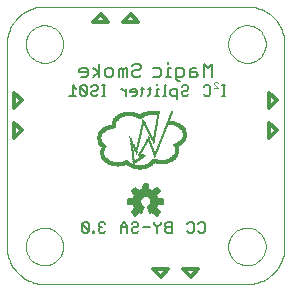
<source format=gbo>
G75*
G70*
%OFA0B0*%
%FSLAX24Y24*%
%IPPOS*%
%LPD*%
%AMOC8*
5,1,8,0,0,1.08239X$1,22.5*
%
%ADD10C,0.0000*%
%ADD11C,0.0080*%
%ADD12C,0.0060*%
%ADD13C,0.0120*%
%ADD14C,0.0040*%
%ADD15R,0.0110X0.0005*%
%ADD16R,0.0210X0.0005*%
%ADD17R,0.0280X0.0005*%
%ADD18R,0.0325X0.0005*%
%ADD19R,0.0365X0.0005*%
%ADD20R,0.0410X0.0005*%
%ADD21R,0.0440X0.0005*%
%ADD22R,0.0470X0.0005*%
%ADD23R,0.0505X0.0005*%
%ADD24R,0.0530X0.0005*%
%ADD25R,0.0555X0.0005*%
%ADD26R,0.0580X0.0005*%
%ADD27R,0.0600X0.0005*%
%ADD28R,0.0625X0.0005*%
%ADD29R,0.0645X0.0005*%
%ADD30R,0.0665X0.0005*%
%ADD31R,0.0685X0.0005*%
%ADD32R,0.0705X0.0005*%
%ADD33R,0.0715X0.0005*%
%ADD34R,0.0735X0.0005*%
%ADD35R,0.0755X0.0005*%
%ADD36R,0.0090X0.0005*%
%ADD37R,0.0770X0.0005*%
%ADD38R,0.0190X0.0005*%
%ADD39R,0.0355X0.0005*%
%ADD40R,0.0360X0.0005*%
%ADD41R,0.0260X0.0005*%
%ADD42R,0.0315X0.0005*%
%ADD43R,0.0320X0.0005*%
%ADD44R,0.0295X0.0005*%
%ADD45R,0.0275X0.0005*%
%ADD46R,0.0400X0.0005*%
%ADD47R,0.0265X0.0005*%
%ADD48R,0.0435X0.0005*%
%ADD49R,0.0255X0.0005*%
%ADD50R,0.0465X0.0005*%
%ADD51R,0.0245X0.0005*%
%ADD52R,0.0495X0.0005*%
%ADD53R,0.0235X0.0005*%
%ADD54R,0.0525X0.0005*%
%ADD55R,0.0230X0.0005*%
%ADD56R,0.0240X0.0005*%
%ADD57R,0.0545X0.0005*%
%ADD58R,0.0820X0.0005*%
%ADD59R,0.0220X0.0005*%
%ADD60R,0.0025X0.0005*%
%ADD61R,0.0795X0.0005*%
%ADD62R,0.0215X0.0005*%
%ADD63R,0.0035X0.0005*%
%ADD64R,0.0040X0.0005*%
%ADD65R,0.0800X0.0005*%
%ADD66R,0.0205X0.0005*%
%ADD67R,0.0050X0.0005*%
%ADD68R,0.0805X0.0005*%
%ADD69R,0.0165X0.0005*%
%ADD70R,0.0055X0.0005*%
%ADD71R,0.0200X0.0005*%
%ADD72R,0.0060X0.0005*%
%ADD73R,0.0300X0.0005*%
%ADD74R,0.0195X0.0005*%
%ADD75R,0.0065X0.0005*%
%ADD76R,0.0345X0.0005*%
%ADD77R,0.0070X0.0005*%
%ADD78R,0.0385X0.0005*%
%ADD79R,0.0080X0.0005*%
%ADD80R,0.0425X0.0005*%
%ADD81R,0.0185X0.0005*%
%ADD82R,0.0085X0.0005*%
%ADD83R,0.0635X0.0005*%
%ADD84R,0.0810X0.0005*%
%ADD85R,0.0095X0.0005*%
%ADD86R,0.0335X0.0005*%
%ADD87R,0.0655X0.0005*%
%ADD88R,0.0105X0.0005*%
%ADD89R,0.0290X0.0005*%
%ADD90R,0.0660X0.0005*%
%ADD91R,0.0115X0.0005*%
%ADD92R,0.0285X0.0005*%
%ADD93R,0.0120X0.0005*%
%ADD94R,0.0270X0.0005*%
%ADD95R,0.0675X0.0005*%
%ADD96R,0.0130X0.0005*%
%ADD97R,0.0680X0.0005*%
%ADD98R,0.0135X0.0005*%
%ADD99R,0.0250X0.0005*%
%ADD100R,0.0140X0.0005*%
%ADD101R,0.0180X0.0005*%
%ADD102R,0.0695X0.0005*%
%ADD103R,0.0150X0.0005*%
%ADD104R,0.0160X0.0005*%
%ADD105R,0.0155X0.0005*%
%ADD106R,0.0145X0.0005*%
%ADD107R,0.0700X0.0005*%
%ADD108R,0.0225X0.0005*%
%ADD109R,0.0170X0.0005*%
%ADD110R,0.0100X0.0005*%
%ADD111R,0.0075X0.0005*%
%ADD112R,0.0720X0.0005*%
%ADD113R,0.0725X0.0005*%
%ADD114R,0.0340X0.0005*%
%ADD115R,0.0305X0.0005*%
%ADD116R,0.0175X0.0005*%
%ADD117R,0.0005X0.0005*%
%ADD118R,0.0010X0.0005*%
%ADD119R,0.0015X0.0005*%
%ADD120R,0.0020X0.0005*%
%ADD121R,0.0030X0.0005*%
%ADD122R,0.0125X0.0005*%
%ADD123R,0.0045X0.0005*%
%ADD124R,0.0370X0.0005*%
%ADD125R,0.0375X0.0005*%
%ADD126R,0.0350X0.0005*%
%ADD127R,0.0330X0.0005*%
%ADD128R,0.0485X0.0005*%
%ADD129R,0.0480X0.0005*%
%ADD130R,0.0460X0.0005*%
%ADD131R,0.0445X0.0005*%
%ADD132R,0.0310X0.0005*%
%ADD133R,0.0380X0.0005*%
%ADD134R,0.0415X0.0005*%
%ADD135R,0.0450X0.0005*%
%ADD136R,0.0490X0.0005*%
%ADD137R,0.0965X0.0005*%
%ADD138R,0.0975X0.0005*%
%ADD139R,0.0980X0.0005*%
%ADD140R,0.0990X0.0005*%
%ADD141R,0.1005X0.0005*%
%ADD142R,0.0615X0.0005*%
%ADD143R,0.0640X0.0005*%
%ADD144R,0.0605X0.0005*%
%ADD145R,0.0620X0.0005*%
%ADD146R,0.0590X0.0005*%
%ADD147R,0.0570X0.0005*%
%ADD148R,0.0540X0.0005*%
%ADD149R,0.0515X0.0005*%
%ADD150R,0.0565X0.0005*%
%ADD151R,0.0535X0.0005*%
%ADD152R,0.0395X0.0005*%
%ADD153R,0.0520X0.0005*%
%ADD154R,0.0500X0.0005*%
%ADD155R,0.0430X0.0005*%
%ADD156C,0.0059*%
D10*
X000680Y001930D02*
X000680Y008680D01*
X000682Y008748D01*
X000687Y008815D01*
X000696Y008882D01*
X000709Y008949D01*
X000726Y009014D01*
X000745Y009079D01*
X000769Y009143D01*
X000796Y009205D01*
X000826Y009266D01*
X000859Y009324D01*
X000895Y009381D01*
X000935Y009436D01*
X000977Y009489D01*
X001023Y009540D01*
X001070Y009587D01*
X001121Y009633D01*
X001174Y009675D01*
X001229Y009715D01*
X001286Y009751D01*
X001344Y009784D01*
X001405Y009814D01*
X001467Y009841D01*
X001531Y009865D01*
X001596Y009884D01*
X001661Y009901D01*
X001728Y009914D01*
X001795Y009923D01*
X001862Y009928D01*
X001930Y009930D01*
X008680Y009930D01*
X008748Y009928D01*
X008815Y009923D01*
X008882Y009914D01*
X008949Y009901D01*
X009014Y009884D01*
X009079Y009865D01*
X009143Y009841D01*
X009205Y009814D01*
X009266Y009784D01*
X009324Y009751D01*
X009381Y009715D01*
X009436Y009675D01*
X009489Y009633D01*
X009540Y009587D01*
X009587Y009540D01*
X009633Y009489D01*
X009675Y009436D01*
X009715Y009381D01*
X009751Y009324D01*
X009784Y009266D01*
X009814Y009205D01*
X009841Y009143D01*
X009865Y009079D01*
X009884Y009014D01*
X009901Y008949D01*
X009914Y008882D01*
X009923Y008815D01*
X009928Y008748D01*
X009930Y008680D01*
X009930Y001930D01*
X009928Y001862D01*
X009923Y001795D01*
X009914Y001728D01*
X009901Y001661D01*
X009884Y001596D01*
X009865Y001531D01*
X009841Y001467D01*
X009814Y001405D01*
X009784Y001344D01*
X009751Y001286D01*
X009715Y001229D01*
X009675Y001174D01*
X009633Y001121D01*
X009587Y001070D01*
X009540Y001023D01*
X009489Y000977D01*
X009436Y000935D01*
X009381Y000895D01*
X009324Y000859D01*
X009266Y000826D01*
X009205Y000796D01*
X009143Y000769D01*
X009079Y000745D01*
X009014Y000726D01*
X008949Y000709D01*
X008882Y000696D01*
X008815Y000687D01*
X008748Y000682D01*
X008680Y000680D01*
X001930Y000680D01*
X001862Y000682D01*
X001795Y000687D01*
X001728Y000696D01*
X001661Y000709D01*
X001596Y000726D01*
X001531Y000745D01*
X001467Y000769D01*
X001405Y000796D01*
X001344Y000826D01*
X001286Y000859D01*
X001229Y000895D01*
X001174Y000935D01*
X001121Y000977D01*
X001070Y001023D01*
X001023Y001070D01*
X000977Y001121D01*
X000935Y001174D01*
X000895Y001229D01*
X000859Y001286D01*
X000826Y001344D01*
X000796Y001405D01*
X000769Y001467D01*
X000745Y001531D01*
X000726Y001596D01*
X000709Y001661D01*
X000696Y001728D01*
X000687Y001795D01*
X000682Y001862D01*
X000680Y001930D01*
X001305Y001930D02*
X001307Y001980D01*
X001313Y002029D01*
X001323Y002078D01*
X001336Y002125D01*
X001354Y002172D01*
X001375Y002217D01*
X001399Y002260D01*
X001427Y002301D01*
X001458Y002340D01*
X001492Y002376D01*
X001529Y002410D01*
X001569Y002440D01*
X001610Y002467D01*
X001654Y002491D01*
X001699Y002511D01*
X001746Y002527D01*
X001794Y002540D01*
X001843Y002549D01*
X001893Y002554D01*
X001942Y002555D01*
X001992Y002552D01*
X002041Y002545D01*
X002090Y002534D01*
X002137Y002520D01*
X002183Y002501D01*
X002228Y002479D01*
X002271Y002454D01*
X002311Y002425D01*
X002349Y002393D01*
X002385Y002359D01*
X002418Y002321D01*
X002447Y002281D01*
X002473Y002239D01*
X002496Y002195D01*
X002515Y002149D01*
X002531Y002102D01*
X002543Y002053D01*
X002551Y002004D01*
X002555Y001955D01*
X002555Y001905D01*
X002551Y001856D01*
X002543Y001807D01*
X002531Y001758D01*
X002515Y001711D01*
X002496Y001665D01*
X002473Y001621D01*
X002447Y001579D01*
X002418Y001539D01*
X002385Y001501D01*
X002349Y001467D01*
X002311Y001435D01*
X002271Y001406D01*
X002228Y001381D01*
X002183Y001359D01*
X002137Y001340D01*
X002090Y001326D01*
X002041Y001315D01*
X001992Y001308D01*
X001942Y001305D01*
X001893Y001306D01*
X001843Y001311D01*
X001794Y001320D01*
X001746Y001333D01*
X001699Y001349D01*
X001654Y001369D01*
X001610Y001393D01*
X001569Y001420D01*
X001529Y001450D01*
X001492Y001484D01*
X001458Y001520D01*
X001427Y001559D01*
X001399Y001600D01*
X001375Y001643D01*
X001354Y001688D01*
X001336Y001735D01*
X001323Y001782D01*
X001313Y001831D01*
X001307Y001880D01*
X001305Y001930D01*
X001305Y008680D02*
X001307Y008730D01*
X001313Y008779D01*
X001323Y008828D01*
X001336Y008875D01*
X001354Y008922D01*
X001375Y008967D01*
X001399Y009010D01*
X001427Y009051D01*
X001458Y009090D01*
X001492Y009126D01*
X001529Y009160D01*
X001569Y009190D01*
X001610Y009217D01*
X001654Y009241D01*
X001699Y009261D01*
X001746Y009277D01*
X001794Y009290D01*
X001843Y009299D01*
X001893Y009304D01*
X001942Y009305D01*
X001992Y009302D01*
X002041Y009295D01*
X002090Y009284D01*
X002137Y009270D01*
X002183Y009251D01*
X002228Y009229D01*
X002271Y009204D01*
X002311Y009175D01*
X002349Y009143D01*
X002385Y009109D01*
X002418Y009071D01*
X002447Y009031D01*
X002473Y008989D01*
X002496Y008945D01*
X002515Y008899D01*
X002531Y008852D01*
X002543Y008803D01*
X002551Y008754D01*
X002555Y008705D01*
X002555Y008655D01*
X002551Y008606D01*
X002543Y008557D01*
X002531Y008508D01*
X002515Y008461D01*
X002496Y008415D01*
X002473Y008371D01*
X002447Y008329D01*
X002418Y008289D01*
X002385Y008251D01*
X002349Y008217D01*
X002311Y008185D01*
X002271Y008156D01*
X002228Y008131D01*
X002183Y008109D01*
X002137Y008090D01*
X002090Y008076D01*
X002041Y008065D01*
X001992Y008058D01*
X001942Y008055D01*
X001893Y008056D01*
X001843Y008061D01*
X001794Y008070D01*
X001746Y008083D01*
X001699Y008099D01*
X001654Y008119D01*
X001610Y008143D01*
X001569Y008170D01*
X001529Y008200D01*
X001492Y008234D01*
X001458Y008270D01*
X001427Y008309D01*
X001399Y008350D01*
X001375Y008393D01*
X001354Y008438D01*
X001336Y008485D01*
X001323Y008532D01*
X001313Y008581D01*
X001307Y008630D01*
X001305Y008680D01*
X008055Y008680D02*
X008057Y008730D01*
X008063Y008779D01*
X008073Y008828D01*
X008086Y008875D01*
X008104Y008922D01*
X008125Y008967D01*
X008149Y009010D01*
X008177Y009051D01*
X008208Y009090D01*
X008242Y009126D01*
X008279Y009160D01*
X008319Y009190D01*
X008360Y009217D01*
X008404Y009241D01*
X008449Y009261D01*
X008496Y009277D01*
X008544Y009290D01*
X008593Y009299D01*
X008643Y009304D01*
X008692Y009305D01*
X008742Y009302D01*
X008791Y009295D01*
X008840Y009284D01*
X008887Y009270D01*
X008933Y009251D01*
X008978Y009229D01*
X009021Y009204D01*
X009061Y009175D01*
X009099Y009143D01*
X009135Y009109D01*
X009168Y009071D01*
X009197Y009031D01*
X009223Y008989D01*
X009246Y008945D01*
X009265Y008899D01*
X009281Y008852D01*
X009293Y008803D01*
X009301Y008754D01*
X009305Y008705D01*
X009305Y008655D01*
X009301Y008606D01*
X009293Y008557D01*
X009281Y008508D01*
X009265Y008461D01*
X009246Y008415D01*
X009223Y008371D01*
X009197Y008329D01*
X009168Y008289D01*
X009135Y008251D01*
X009099Y008217D01*
X009061Y008185D01*
X009021Y008156D01*
X008978Y008131D01*
X008933Y008109D01*
X008887Y008090D01*
X008840Y008076D01*
X008791Y008065D01*
X008742Y008058D01*
X008692Y008055D01*
X008643Y008056D01*
X008593Y008061D01*
X008544Y008070D01*
X008496Y008083D01*
X008449Y008099D01*
X008404Y008119D01*
X008360Y008143D01*
X008319Y008170D01*
X008279Y008200D01*
X008242Y008234D01*
X008208Y008270D01*
X008177Y008309D01*
X008149Y008350D01*
X008125Y008393D01*
X008104Y008438D01*
X008086Y008485D01*
X008073Y008532D01*
X008063Y008581D01*
X008057Y008630D01*
X008055Y008680D01*
X008055Y001930D02*
X008057Y001980D01*
X008063Y002029D01*
X008073Y002078D01*
X008086Y002125D01*
X008104Y002172D01*
X008125Y002217D01*
X008149Y002260D01*
X008177Y002301D01*
X008208Y002340D01*
X008242Y002376D01*
X008279Y002410D01*
X008319Y002440D01*
X008360Y002467D01*
X008404Y002491D01*
X008449Y002511D01*
X008496Y002527D01*
X008544Y002540D01*
X008593Y002549D01*
X008643Y002554D01*
X008692Y002555D01*
X008742Y002552D01*
X008791Y002545D01*
X008840Y002534D01*
X008887Y002520D01*
X008933Y002501D01*
X008978Y002479D01*
X009021Y002454D01*
X009061Y002425D01*
X009099Y002393D01*
X009135Y002359D01*
X009168Y002321D01*
X009197Y002281D01*
X009223Y002239D01*
X009246Y002195D01*
X009265Y002149D01*
X009281Y002102D01*
X009293Y002053D01*
X009301Y002004D01*
X009305Y001955D01*
X009305Y001905D01*
X009301Y001856D01*
X009293Y001807D01*
X009281Y001758D01*
X009265Y001711D01*
X009246Y001665D01*
X009223Y001621D01*
X009197Y001579D01*
X009168Y001539D01*
X009135Y001501D01*
X009099Y001467D01*
X009061Y001435D01*
X009021Y001406D01*
X008978Y001381D01*
X008933Y001359D01*
X008887Y001340D01*
X008840Y001326D01*
X008791Y001315D01*
X008742Y001308D01*
X008692Y001305D01*
X008643Y001306D01*
X008593Y001311D01*
X008544Y001320D01*
X008496Y001333D01*
X008449Y001349D01*
X008404Y001369D01*
X008360Y001393D01*
X008319Y001420D01*
X008279Y001450D01*
X008242Y001484D01*
X008208Y001520D01*
X008177Y001559D01*
X008149Y001600D01*
X008125Y001643D01*
X008104Y001688D01*
X008086Y001735D01*
X008073Y001782D01*
X008063Y001831D01*
X008057Y001880D01*
X008055Y001930D01*
D11*
X006454Y007455D02*
X006384Y007455D01*
X006314Y007525D01*
X006314Y007875D01*
X006524Y007875D01*
X006594Y007805D01*
X006594Y007665D01*
X006524Y007595D01*
X006314Y007595D01*
X006134Y007595D02*
X005994Y007595D01*
X006064Y007595D02*
X006064Y007875D01*
X006134Y007875D01*
X006064Y008015D02*
X006064Y008085D01*
X005827Y007805D02*
X005827Y007665D01*
X005757Y007595D01*
X005547Y007595D01*
X005757Y007875D02*
X005827Y007805D01*
X005757Y007875D02*
X005547Y007875D01*
X005140Y007875D02*
X005070Y007805D01*
X004930Y007805D01*
X004860Y007735D01*
X004860Y007665D01*
X004930Y007595D01*
X005070Y007595D01*
X005140Y007665D01*
X005140Y007875D02*
X005140Y007945D01*
X005070Y008015D01*
X004930Y008015D01*
X004860Y007945D01*
X004680Y007875D02*
X004610Y007875D01*
X004539Y007805D01*
X004469Y007875D01*
X004399Y007805D01*
X004399Y007595D01*
X004539Y007595D02*
X004539Y007805D01*
X004680Y007875D02*
X004680Y007595D01*
X004219Y007665D02*
X004149Y007595D01*
X004009Y007595D01*
X003939Y007665D01*
X003939Y007805D01*
X004009Y007875D01*
X004149Y007875D01*
X004219Y007805D01*
X004219Y007665D01*
X003759Y007595D02*
X003759Y008015D01*
X003549Y007875D02*
X003759Y007735D01*
X003549Y007595D01*
X003375Y007665D02*
X003375Y007805D01*
X003305Y007875D01*
X003165Y007875D01*
X003095Y007805D01*
X003095Y007735D01*
X003375Y007735D01*
X003375Y007665D02*
X003305Y007595D01*
X003165Y007595D01*
X006774Y007595D02*
X006985Y007595D01*
X007055Y007665D01*
X006985Y007735D01*
X006774Y007735D01*
X006774Y007805D02*
X006774Y007595D01*
X006774Y007805D02*
X006844Y007875D01*
X006985Y007875D01*
X007235Y008015D02*
X007235Y007595D01*
X007515Y007595D02*
X007515Y008015D01*
X007375Y007875D01*
X007235Y008015D01*
D12*
X007292Y007300D02*
X007406Y007300D01*
X007463Y007244D01*
X007463Y007017D01*
X007406Y006960D01*
X007292Y006960D01*
X007236Y007017D01*
X007236Y007244D02*
X007292Y007300D01*
X007849Y007300D02*
X007963Y007300D01*
X007906Y007300D02*
X007906Y006960D01*
X007963Y006960D02*
X007849Y006960D01*
X006726Y007017D02*
X006669Y006960D01*
X006556Y006960D01*
X006499Y007017D01*
X006499Y007073D01*
X006556Y007130D01*
X006669Y007130D01*
X006726Y007187D01*
X006726Y007244D01*
X006669Y007300D01*
X006556Y007300D01*
X006499Y007244D01*
X006358Y007187D02*
X006187Y007187D01*
X006131Y007130D01*
X006131Y007017D01*
X006187Y006960D01*
X006358Y006960D01*
X006358Y006847D02*
X006358Y007187D01*
X005989Y007300D02*
X005933Y007300D01*
X005933Y006960D01*
X005989Y006960D02*
X005876Y006960D01*
X005744Y006960D02*
X005630Y006960D01*
X005687Y006960D02*
X005687Y007187D01*
X005744Y007187D01*
X005687Y007300D02*
X005687Y007357D01*
X005498Y007187D02*
X005385Y007187D01*
X005441Y007244D02*
X005441Y007017D01*
X005385Y006960D01*
X005196Y007017D02*
X005139Y006960D01*
X005196Y007017D02*
X005196Y007244D01*
X005253Y007187D02*
X005139Y007187D01*
X005007Y007130D02*
X005007Y007017D01*
X004950Y006960D01*
X004837Y006960D01*
X004780Y007073D02*
X005007Y007073D01*
X005007Y007130D02*
X004950Y007187D01*
X004837Y007187D01*
X004780Y007130D01*
X004780Y007073D01*
X004639Y007073D02*
X004525Y007187D01*
X004469Y007187D01*
X004639Y007187D02*
X004639Y006960D01*
X003964Y006960D02*
X003850Y006960D01*
X003907Y006960D02*
X003907Y007300D01*
X003964Y007300D02*
X003850Y007300D01*
X003718Y007244D02*
X003718Y007187D01*
X003661Y007130D01*
X003548Y007130D01*
X003491Y007073D01*
X003491Y007017D01*
X003548Y006960D01*
X003661Y006960D01*
X003718Y007017D01*
X003718Y007244D02*
X003661Y007300D01*
X003548Y007300D01*
X003491Y007244D01*
X003350Y007244D02*
X003293Y007300D01*
X003180Y007300D01*
X003123Y007244D01*
X003350Y007017D01*
X003293Y006960D01*
X003180Y006960D01*
X003123Y007017D01*
X003123Y007244D01*
X002981Y007187D02*
X002868Y007300D01*
X002868Y006960D01*
X002981Y006960D02*
X002754Y006960D01*
X003350Y007017D02*
X003350Y007244D01*
X003351Y002738D02*
X003238Y002738D01*
X003181Y002681D01*
X003408Y002454D01*
X003351Y002398D01*
X003238Y002398D01*
X003181Y002454D01*
X003181Y002681D01*
X003351Y002738D02*
X003408Y002681D01*
X003408Y002454D01*
X003535Y002454D02*
X003535Y002398D01*
X003592Y002398D01*
X003592Y002454D01*
X003535Y002454D01*
X003733Y002454D02*
X003790Y002398D01*
X003903Y002398D01*
X003960Y002454D01*
X003847Y002568D02*
X003790Y002568D01*
X003733Y002511D01*
X003733Y002454D01*
X003790Y002568D02*
X003733Y002624D01*
X003733Y002681D01*
X003790Y002738D01*
X003903Y002738D01*
X003960Y002681D01*
X004470Y002624D02*
X004470Y002398D01*
X004470Y002568D02*
X004697Y002568D01*
X004697Y002624D02*
X004583Y002738D01*
X004470Y002624D01*
X004697Y002624D02*
X004697Y002398D01*
X004838Y002454D02*
X004895Y002398D01*
X005008Y002398D01*
X005065Y002454D01*
X005008Y002568D02*
X004895Y002568D01*
X004838Y002511D01*
X004838Y002454D01*
X005008Y002568D02*
X005065Y002624D01*
X005065Y002681D01*
X005008Y002738D01*
X004895Y002738D01*
X004838Y002681D01*
X005207Y002568D02*
X005433Y002568D01*
X005575Y002681D02*
X005575Y002738D01*
X005575Y002681D02*
X005688Y002568D01*
X005688Y002398D01*
X005688Y002568D02*
X005802Y002681D01*
X005802Y002738D01*
X005943Y002681D02*
X005943Y002624D01*
X006000Y002568D01*
X006170Y002568D01*
X006170Y002738D02*
X006000Y002738D01*
X005943Y002681D01*
X006000Y002568D02*
X005943Y002511D01*
X005943Y002454D01*
X006000Y002398D01*
X006170Y002398D01*
X006170Y002738D01*
X006680Y002681D02*
X006737Y002738D01*
X006850Y002738D01*
X006907Y002681D01*
X006907Y002454D01*
X006850Y002398D01*
X006737Y002398D01*
X006680Y002454D01*
X007048Y002454D02*
X007105Y002398D01*
X007218Y002398D01*
X007275Y002454D01*
X007275Y002681D01*
X007218Y002738D01*
X007105Y002738D01*
X007048Y002681D01*
D13*
X007055Y001180D02*
X006555Y001180D01*
X006805Y000930D01*
X007055Y001180D01*
X006055Y001180D02*
X005805Y000930D01*
X005555Y001180D01*
X006055Y001180D01*
X009430Y005555D02*
X009430Y006055D01*
X009680Y005805D01*
X009430Y005555D01*
X009430Y006555D02*
X009430Y007055D01*
X009680Y006805D01*
X009430Y006555D01*
X005055Y009430D02*
X004555Y009430D01*
X004805Y009680D01*
X005055Y009430D01*
X004055Y009430D02*
X003555Y009430D01*
X003805Y009680D01*
X004055Y009430D01*
X001180Y006805D02*
X000930Y006555D01*
X000930Y007055D01*
X001180Y006805D01*
X000930Y006055D02*
X000930Y005555D01*
X001180Y005805D01*
X000930Y006055D01*
D14*
X007589Y007200D02*
X007723Y007200D01*
X007589Y007333D01*
X007589Y007367D01*
X007622Y007400D01*
X007689Y007400D01*
X007723Y007367D01*
D15*
X005556Y005486D03*
X005556Y005481D03*
X005396Y005461D03*
X005396Y005456D03*
X004991Y005146D03*
X004871Y005301D03*
X004871Y005306D03*
X004866Y005311D03*
X004866Y005316D03*
X005166Y004886D03*
X005161Y004881D03*
X005156Y004876D03*
X005146Y004871D03*
X005141Y004866D03*
X005126Y004856D03*
X005111Y004846D03*
X005106Y004841D03*
X005091Y004831D03*
X005046Y004801D03*
X005031Y004791D03*
X005026Y004786D03*
X005021Y004781D03*
X005006Y004771D03*
X005176Y004891D03*
X005181Y004896D03*
X005191Y004901D03*
X005196Y004906D03*
X005211Y004916D03*
X005586Y004816D03*
X005616Y005011D03*
X005111Y004496D03*
X005241Y006021D03*
X005241Y006026D03*
D16*
X005111Y006221D03*
X005521Y006416D03*
X006461Y005911D03*
X006461Y005371D03*
X006456Y005366D03*
X006201Y004846D03*
X005471Y004666D03*
X005111Y004501D03*
X004006Y004771D03*
X003921Y005801D03*
X004206Y005951D03*
D17*
X004171Y005931D03*
X004836Y004621D03*
X005111Y004506D03*
X006366Y005961D03*
X005521Y006411D03*
D18*
X005519Y006406D03*
X005099Y006251D03*
X004139Y004711D03*
X005109Y004511D03*
D19*
X005109Y004516D03*
X004114Y005886D03*
D20*
X005111Y004521D03*
X006206Y006016D03*
D21*
X006216Y006006D03*
X005111Y004526D03*
D22*
X005111Y004531D03*
X006226Y005991D03*
D23*
X005509Y006376D03*
X005109Y004536D03*
D24*
X005111Y004541D03*
D25*
X005109Y004546D03*
X005484Y006356D03*
D26*
X005466Y006341D03*
X005111Y004551D03*
D27*
X005111Y004556D03*
X005456Y006331D03*
D28*
X005109Y004561D03*
D29*
X005109Y004566D03*
X005754Y004711D03*
D30*
X005784Y004726D03*
X005109Y004571D03*
D31*
X005109Y004576D03*
X005809Y004741D03*
D32*
X005839Y004761D03*
X005109Y004581D03*
D33*
X005109Y004586D03*
X005844Y004766D03*
X005849Y004771D03*
D34*
X005109Y004591D03*
D35*
X005109Y004596D03*
D36*
X004926Y004706D03*
X004991Y005121D03*
X004856Y005351D03*
X004851Y005361D03*
X004851Y005366D03*
X005396Y005481D03*
X005561Y005456D03*
X005616Y004986D03*
X005581Y004821D03*
X004376Y004596D03*
X005236Y006051D03*
D37*
X005111Y004601D03*
D38*
X005191Y004931D03*
X004376Y004601D03*
X003901Y005256D03*
X003896Y005261D03*
X003891Y005271D03*
X003886Y005276D03*
X003881Y005281D03*
X003876Y005286D03*
X003871Y005761D03*
X003876Y005766D03*
X003881Y005771D03*
X004216Y005956D03*
X004341Y006176D03*
X004346Y006181D03*
X004351Y006186D03*
X006241Y004876D03*
X006246Y004881D03*
X006331Y005271D03*
X006491Y005396D03*
X006496Y005401D03*
X006496Y005881D03*
X006491Y005886D03*
D39*
X005324Y004606D03*
X004374Y004616D03*
X004129Y005896D03*
D40*
X004121Y005891D03*
X004071Y005861D03*
X005306Y006311D03*
X006186Y006036D03*
X006306Y005976D03*
X004896Y004606D03*
D41*
X004376Y004606D03*
X004076Y004731D03*
X004181Y005936D03*
X004461Y006256D03*
X005106Y006236D03*
X006131Y004806D03*
D42*
X005354Y004611D03*
X004864Y004611D03*
X005274Y006306D03*
D43*
X006331Y005971D03*
X004376Y004611D03*
X004041Y005856D03*
X004151Y005916D03*
D44*
X004164Y005926D03*
X004024Y005851D03*
X004849Y004616D03*
X005369Y004616D03*
X006349Y005966D03*
D45*
X006154Y006061D03*
X005184Y004956D03*
X005384Y004621D03*
X005639Y004786D03*
X006114Y004801D03*
D46*
X006201Y006021D03*
X004376Y004621D03*
D47*
X004639Y004721D03*
X004819Y004626D03*
X005174Y004946D03*
X005399Y004626D03*
X006379Y005956D03*
X003994Y005841D03*
D48*
X004374Y004626D03*
D49*
X004809Y004631D03*
X005174Y004941D03*
X005409Y004631D03*
X006139Y004811D03*
X006389Y005951D03*
X003984Y005836D03*
D50*
X004374Y004631D03*
X005534Y006391D03*
D51*
X006369Y005311D03*
X006364Y005306D03*
X006404Y005336D03*
X006149Y004816D03*
X005419Y004636D03*
X004799Y004636D03*
X003974Y005831D03*
X004439Y006246D03*
D52*
X004374Y004636D03*
D53*
X004789Y004641D03*
X005429Y004641D03*
X005834Y004681D03*
X006169Y004826D03*
X006354Y005296D03*
X006359Y005301D03*
X006419Y005936D03*
X004429Y006241D03*
X003954Y005821D03*
D54*
X004374Y004641D03*
D55*
X004046Y004746D03*
X004036Y004751D03*
X003946Y005816D03*
X004196Y005946D03*
X004421Y006236D03*
X005436Y004646D03*
X005446Y004651D03*
X006421Y005346D03*
X006431Y005351D03*
X006431Y005931D03*
D56*
X006411Y005941D03*
X006411Y005341D03*
X006161Y004821D03*
X005171Y004961D03*
X004781Y004646D03*
X004646Y004726D03*
X004056Y004741D03*
X003961Y005826D03*
X005106Y006231D03*
D57*
X005489Y006361D03*
X004374Y004646D03*
D58*
X004496Y004651D03*
D59*
X004021Y004761D03*
X003936Y005811D03*
X004406Y006226D03*
X004411Y006231D03*
X005456Y004656D03*
X006186Y004836D03*
X006446Y005921D03*
D60*
X005579Y005371D03*
X005579Y005366D03*
X005404Y005546D03*
X004804Y005521D03*
X004804Y005516D03*
X005004Y005021D03*
X005004Y005016D03*
X004899Y004656D03*
X005624Y004916D03*
X005224Y006136D03*
X005224Y006141D03*
D61*
X004474Y004656D03*
X004464Y004661D03*
D62*
X004654Y004731D03*
X005159Y004966D03*
X005464Y004661D03*
X006194Y004841D03*
X006344Y005286D03*
X006449Y005361D03*
X006454Y005916D03*
X004399Y006221D03*
X003929Y005806D03*
X004014Y004766D03*
D63*
X004814Y005486D03*
X004809Y005496D03*
X004809Y005501D03*
X005404Y005536D03*
X005404Y005541D03*
X005579Y005381D03*
X005579Y004831D03*
X004904Y004661D03*
X005229Y006121D03*
D64*
X005226Y006116D03*
X005401Y005531D03*
X005576Y005391D03*
X005576Y005386D03*
X005621Y004936D03*
X005621Y004931D03*
X005001Y005041D03*
X005001Y005046D03*
X004676Y004776D03*
X004906Y004666D03*
X004816Y005476D03*
X004816Y005481D03*
X004811Y005491D03*
D65*
X004426Y004681D03*
X004436Y004676D03*
X004456Y004666D03*
D66*
X003999Y004776D03*
X003994Y004781D03*
X003914Y005796D03*
X004384Y006211D03*
X004389Y006216D03*
X005484Y004676D03*
X005479Y004671D03*
X006209Y004851D03*
X006339Y005281D03*
X006469Y005376D03*
X006469Y005906D03*
D67*
X005571Y005406D03*
X005401Y005521D03*
X004821Y005461D03*
X004821Y005456D03*
X005231Y006101D03*
X005621Y004951D03*
X005621Y004946D03*
X005621Y004941D03*
X004906Y004671D03*
D68*
X004444Y004671D03*
X004419Y004686D03*
X004409Y004691D03*
X004404Y004696D03*
X004394Y004701D03*
D69*
X003914Y004861D03*
X003909Y004866D03*
X003909Y004871D03*
X003904Y004876D03*
X003899Y005201D03*
X003904Y005211D03*
X003909Y005216D03*
X003909Y005221D03*
X003914Y005231D03*
X003914Y005236D03*
X003814Y005356D03*
X003809Y005361D03*
X003804Y005371D03*
X003809Y005686D03*
X003814Y005696D03*
X003819Y005701D03*
X004229Y005961D03*
X004284Y006106D03*
X004289Y006111D03*
X004289Y006116D03*
X004294Y006121D03*
X004299Y006126D03*
X004959Y004756D03*
X005834Y004676D03*
X006299Y004941D03*
X006304Y004946D03*
X006304Y004951D03*
X006309Y004956D03*
X006314Y004966D03*
X006324Y005261D03*
X006549Y005456D03*
X006554Y005466D03*
X006559Y005471D03*
X006564Y005476D03*
X006569Y005486D03*
X006569Y005796D03*
X006564Y005806D03*
X006559Y005811D03*
X006554Y005816D03*
X006549Y005826D03*
D70*
X005739Y006406D03*
X005739Y006411D03*
X005719Y006286D03*
X005719Y006281D03*
X005714Y006256D03*
X005714Y006251D03*
X005709Y006226D03*
X005709Y006221D03*
X005704Y006196D03*
X005699Y006166D03*
X005694Y006136D03*
X005689Y006106D03*
X005229Y006096D03*
X005399Y005516D03*
X005574Y005411D03*
X004999Y005066D03*
X004999Y005061D03*
X004909Y004676D03*
X004829Y005436D03*
X004829Y005441D03*
X004824Y005446D03*
X004824Y005451D03*
D71*
X004656Y004736D03*
X003986Y004786D03*
X003901Y005786D03*
X003906Y005791D03*
X004376Y006206D03*
X005651Y006311D03*
X006121Y006076D03*
X006476Y005901D03*
X006481Y005896D03*
X006481Y005386D03*
X006476Y005381D03*
X006336Y005276D03*
X006221Y004861D03*
X006216Y004856D03*
X005611Y004796D03*
X005491Y004681D03*
D72*
X005621Y004956D03*
X005621Y004961D03*
X005661Y005066D03*
X005671Y005091D03*
X005681Y005116D03*
X005691Y005141D03*
X005716Y005206D03*
X005726Y005231D03*
X005736Y005256D03*
X005746Y005281D03*
X005771Y005346D03*
X005781Y005371D03*
X005791Y005396D03*
X005801Y005421D03*
X005826Y005486D03*
X005836Y005511D03*
X005846Y005536D03*
X005856Y005561D03*
X005891Y005651D03*
X005901Y005676D03*
X005911Y005701D03*
X005921Y005726D03*
X005946Y005791D03*
X005956Y005816D03*
X005966Y005841D03*
X005976Y005866D03*
X005986Y005891D03*
X005996Y005916D03*
X006001Y005931D03*
X006011Y005956D03*
X005676Y006021D03*
X005676Y006026D03*
X005676Y006031D03*
X005676Y006036D03*
X005676Y006041D03*
X005676Y006046D03*
X005681Y006051D03*
X005681Y006056D03*
X005681Y006061D03*
X005681Y006066D03*
X005681Y006071D03*
X005681Y006076D03*
X005686Y006081D03*
X005686Y006086D03*
X005686Y006091D03*
X005686Y006096D03*
X005686Y006101D03*
X005691Y006111D03*
X005691Y006116D03*
X005691Y006121D03*
X005691Y006126D03*
X005691Y006131D03*
X005696Y006141D03*
X005696Y006146D03*
X005696Y006151D03*
X005696Y006156D03*
X005696Y006161D03*
X005701Y006171D03*
X005701Y006176D03*
X005701Y006181D03*
X005701Y006186D03*
X005701Y006191D03*
X005706Y006201D03*
X005706Y006206D03*
X005706Y006211D03*
X005706Y006216D03*
X005711Y006231D03*
X005711Y006236D03*
X005711Y006241D03*
X005711Y006246D03*
X005716Y006261D03*
X005716Y006266D03*
X005716Y006271D03*
X005716Y006276D03*
X005741Y006416D03*
X005741Y006421D03*
X005671Y006016D03*
X005671Y006011D03*
X005671Y006006D03*
X005671Y006001D03*
X005671Y005996D03*
X005671Y005991D03*
X005666Y005981D03*
X005666Y005976D03*
X005666Y005971D03*
X005666Y005966D03*
X005666Y005961D03*
X005661Y005951D03*
X005661Y005946D03*
X005661Y005941D03*
X005661Y005936D03*
X005656Y005926D03*
X005656Y005921D03*
X005656Y005916D03*
X005656Y005911D03*
X005656Y005906D03*
X005651Y005896D03*
X005651Y005891D03*
X005651Y005886D03*
X005651Y005881D03*
X005651Y005876D03*
X005646Y005866D03*
X005646Y005861D03*
X005646Y005856D03*
X005646Y005851D03*
X005646Y005846D03*
X005641Y005836D03*
X005641Y005831D03*
X005641Y005826D03*
X005641Y005821D03*
X005636Y005811D03*
X005636Y005806D03*
X005636Y005801D03*
X005636Y005796D03*
X005636Y005791D03*
X005631Y005781D03*
X005631Y005776D03*
X005631Y005771D03*
X005631Y005766D03*
X005631Y005761D03*
X005626Y005751D03*
X005626Y005746D03*
X005626Y005741D03*
X005626Y005736D03*
X005626Y005731D03*
X005621Y005721D03*
X005621Y005716D03*
X005621Y005711D03*
X005621Y005706D03*
X005621Y005701D03*
X005616Y005691D03*
X005616Y005686D03*
X005616Y005681D03*
X005616Y005676D03*
X005611Y005666D03*
X005611Y005661D03*
X005611Y005656D03*
X005611Y005651D03*
X005611Y005646D03*
X005606Y005636D03*
X005606Y005631D03*
X005606Y005626D03*
X005606Y005621D03*
X005606Y005616D03*
X005601Y005606D03*
X005601Y005601D03*
X005601Y005596D03*
X005601Y005591D03*
X005601Y005586D03*
X005596Y005576D03*
X005596Y005571D03*
X005596Y005566D03*
X005596Y005561D03*
X005591Y005551D03*
X005591Y005546D03*
X005591Y005541D03*
X005591Y005536D03*
X005591Y005531D03*
X005571Y005416D03*
X005451Y005376D03*
X005461Y005351D03*
X005471Y005326D03*
X005441Y005401D03*
X005401Y005511D03*
X005116Y005586D03*
X005111Y005566D03*
X005106Y005546D03*
X005101Y005521D03*
X005096Y005501D03*
X005091Y005481D03*
X005086Y005456D03*
X005081Y005436D03*
X005076Y005416D03*
X005071Y005391D03*
X005066Y005371D03*
X005061Y005351D03*
X005056Y005326D03*
X005051Y005306D03*
X005046Y005286D03*
X005041Y005261D03*
X005036Y005246D03*
X005036Y005241D03*
X005031Y005231D03*
X005031Y005226D03*
X005031Y005221D03*
X005026Y005206D03*
X005026Y005201D03*
X005026Y005196D03*
X005021Y005186D03*
X005021Y005181D03*
X004996Y005076D03*
X004996Y005071D03*
X004881Y005011D03*
X004881Y005006D03*
X004881Y005001D03*
X004881Y004996D03*
X004881Y004991D03*
X004881Y004986D03*
X004881Y004981D03*
X004881Y004976D03*
X004881Y004971D03*
X004886Y004966D03*
X004886Y004961D03*
X004886Y004956D03*
X004886Y004951D03*
X004886Y004946D03*
X004886Y004941D03*
X004886Y004936D03*
X004886Y004931D03*
X004886Y004926D03*
X004886Y004921D03*
X004891Y004916D03*
X004891Y004911D03*
X004891Y004906D03*
X004891Y004901D03*
X004891Y004896D03*
X004891Y004891D03*
X004891Y004886D03*
X004891Y004881D03*
X004891Y004876D03*
X004891Y004871D03*
X004896Y004866D03*
X004896Y004861D03*
X004896Y004856D03*
X004896Y004851D03*
X004896Y004846D03*
X004896Y004841D03*
X004896Y004836D03*
X004896Y004831D03*
X004896Y004826D03*
X004896Y004821D03*
X004901Y004816D03*
X004901Y004811D03*
X004901Y004806D03*
X004901Y004801D03*
X004901Y004796D03*
X004901Y004791D03*
X004901Y004786D03*
X004901Y004781D03*
X004901Y004776D03*
X004901Y004771D03*
X004906Y004766D03*
X004911Y004681D03*
X004876Y005021D03*
X004876Y005026D03*
X004876Y005031D03*
X004876Y005036D03*
X004871Y005071D03*
X004871Y005076D03*
X004871Y005081D03*
X004866Y005121D03*
X004866Y005126D03*
X004861Y005151D03*
X004861Y005156D03*
X004861Y005161D03*
X004861Y005166D03*
X004861Y005171D03*
X004856Y005181D03*
X004856Y005186D03*
X004856Y005191D03*
X004856Y005196D03*
X004856Y005201D03*
X004856Y005206D03*
X004856Y005211D03*
X004856Y005216D03*
X004851Y005226D03*
X004851Y005231D03*
X004851Y005236D03*
X004851Y005241D03*
X004851Y005246D03*
X004851Y005251D03*
X004831Y005426D03*
X004831Y005431D03*
X005121Y005611D03*
X005126Y005631D03*
X005131Y005651D03*
X005136Y005676D03*
X005141Y005696D03*
X005146Y005716D03*
X005151Y005741D03*
X005156Y005761D03*
X005161Y005781D03*
X005166Y005806D03*
X005171Y005826D03*
X005176Y005846D03*
X005181Y005871D03*
X005186Y005891D03*
X005191Y005911D03*
X005196Y005931D03*
X005196Y005936D03*
X005201Y005956D03*
X005206Y005976D03*
X005231Y006086D03*
X005231Y006091D03*
D73*
X005101Y006246D03*
X004756Y006376D03*
X004116Y004716D03*
X005836Y004686D03*
D74*
X006229Y004866D03*
X006234Y004871D03*
X006489Y005391D03*
X006484Y005891D03*
X005509Y004696D03*
X005504Y004691D03*
X005499Y004686D03*
X003979Y004791D03*
X003974Y004796D03*
X003969Y004801D03*
X003889Y005776D03*
X003894Y005781D03*
X004359Y006191D03*
X004364Y006196D03*
X004369Y006201D03*
D75*
X005119Y006176D03*
X005234Y006081D03*
X005234Y006076D03*
X005209Y005991D03*
X005209Y005986D03*
X005209Y005981D03*
X005204Y005971D03*
X005204Y005966D03*
X005204Y005961D03*
X005199Y005951D03*
X005199Y005946D03*
X005199Y005941D03*
X005194Y005926D03*
X005194Y005921D03*
X005194Y005916D03*
X005189Y005906D03*
X005189Y005901D03*
X005189Y005896D03*
X005184Y005886D03*
X005184Y005881D03*
X005184Y005876D03*
X005179Y005866D03*
X005179Y005861D03*
X005179Y005856D03*
X005179Y005851D03*
X005174Y005841D03*
X005174Y005836D03*
X005174Y005831D03*
X005169Y005821D03*
X005169Y005816D03*
X005169Y005811D03*
X005164Y005801D03*
X005164Y005796D03*
X005164Y005791D03*
X005164Y005786D03*
X005159Y005776D03*
X005159Y005771D03*
X005159Y005766D03*
X005154Y005756D03*
X005154Y005751D03*
X005154Y005746D03*
X005149Y005736D03*
X005149Y005731D03*
X005149Y005726D03*
X005149Y005721D03*
X005144Y005711D03*
X005144Y005706D03*
X005144Y005701D03*
X005139Y005691D03*
X005139Y005686D03*
X005139Y005681D03*
X005134Y005671D03*
X005134Y005666D03*
X005134Y005661D03*
X005134Y005656D03*
X005129Y005646D03*
X005129Y005641D03*
X005129Y005636D03*
X005124Y005626D03*
X005124Y005621D03*
X005124Y005616D03*
X005119Y005606D03*
X005119Y005601D03*
X005119Y005596D03*
X005119Y005591D03*
X005114Y005581D03*
X005114Y005576D03*
X005114Y005571D03*
X005109Y005561D03*
X005109Y005556D03*
X005109Y005551D03*
X005104Y005541D03*
X005104Y005536D03*
X005104Y005531D03*
X005104Y005526D03*
X005099Y005516D03*
X005099Y005511D03*
X005099Y005506D03*
X005094Y005496D03*
X005094Y005491D03*
X005094Y005486D03*
X005089Y005476D03*
X005089Y005471D03*
X005089Y005466D03*
X005089Y005461D03*
X005084Y005451D03*
X005084Y005446D03*
X005084Y005441D03*
X005079Y005431D03*
X005079Y005426D03*
X005079Y005421D03*
X005074Y005411D03*
X005074Y005406D03*
X005074Y005401D03*
X005074Y005396D03*
X005069Y005386D03*
X005069Y005381D03*
X005069Y005376D03*
X005064Y005366D03*
X005064Y005361D03*
X005064Y005356D03*
X005059Y005346D03*
X005059Y005341D03*
X005059Y005336D03*
X005059Y005331D03*
X005054Y005321D03*
X005054Y005316D03*
X005054Y005311D03*
X005049Y005301D03*
X005049Y005296D03*
X005049Y005291D03*
X005044Y005281D03*
X005044Y005276D03*
X005044Y005271D03*
X005044Y005266D03*
X005039Y005256D03*
X005039Y005251D03*
X005034Y005236D03*
X005029Y005216D03*
X005029Y005211D03*
X005024Y005191D03*
X004954Y005181D03*
X004949Y005191D03*
X004944Y005201D03*
X004939Y005211D03*
X004934Y005221D03*
X004929Y005231D03*
X004924Y005241D03*
X004919Y005251D03*
X004854Y005221D03*
X004859Y005176D03*
X004864Y005146D03*
X004864Y005141D03*
X004864Y005136D03*
X004864Y005131D03*
X004869Y005116D03*
X004869Y005111D03*
X004869Y005106D03*
X004869Y005101D03*
X004869Y005096D03*
X004869Y005091D03*
X004869Y005086D03*
X004874Y005066D03*
X004874Y005061D03*
X004874Y005056D03*
X004874Y005051D03*
X004874Y005046D03*
X004874Y005041D03*
X004879Y005016D03*
X004999Y005081D03*
X004914Y004686D03*
X005514Y005216D03*
X005519Y005206D03*
X005524Y005196D03*
X005524Y005191D03*
X005529Y005181D03*
X005534Y005171D03*
X005534Y005166D03*
X005539Y005156D03*
X005544Y005146D03*
X005544Y005141D03*
X005549Y005131D03*
X005554Y005121D03*
X005559Y005106D03*
X005564Y005096D03*
X005574Y005071D03*
X005654Y005051D03*
X005659Y005056D03*
X005659Y005061D03*
X005664Y005071D03*
X005664Y005076D03*
X005669Y005081D03*
X005669Y005086D03*
X005674Y005096D03*
X005674Y005101D03*
X005679Y005106D03*
X005679Y005111D03*
X005684Y005121D03*
X005684Y005126D03*
X005689Y005131D03*
X005689Y005136D03*
X005694Y005146D03*
X005694Y005151D03*
X005699Y005156D03*
X005699Y005161D03*
X005699Y005166D03*
X005704Y005171D03*
X005704Y005176D03*
X005709Y005181D03*
X005709Y005186D03*
X005709Y005191D03*
X005714Y005196D03*
X005714Y005201D03*
X005719Y005211D03*
X005719Y005216D03*
X005724Y005221D03*
X005724Y005226D03*
X005729Y005236D03*
X005729Y005241D03*
X005734Y005246D03*
X005734Y005251D03*
X005739Y005261D03*
X005739Y005266D03*
X005744Y005271D03*
X005744Y005276D03*
X005749Y005286D03*
X005749Y005291D03*
X005754Y005296D03*
X005754Y005301D03*
X005754Y005306D03*
X005759Y005311D03*
X005759Y005316D03*
X005764Y005321D03*
X005764Y005326D03*
X005764Y005331D03*
X005769Y005336D03*
X005769Y005341D03*
X005774Y005351D03*
X005774Y005356D03*
X005779Y005361D03*
X005779Y005366D03*
X005784Y005376D03*
X005784Y005381D03*
X005789Y005386D03*
X005789Y005391D03*
X005794Y005401D03*
X005794Y005406D03*
X005799Y005411D03*
X005799Y005416D03*
X005804Y005426D03*
X005804Y005431D03*
X005809Y005436D03*
X005809Y005441D03*
X005809Y005446D03*
X005814Y005451D03*
X005814Y005456D03*
X005819Y005461D03*
X005819Y005466D03*
X005819Y005471D03*
X005824Y005476D03*
X005824Y005481D03*
X005829Y005491D03*
X005829Y005496D03*
X005834Y005501D03*
X005834Y005506D03*
X005839Y005516D03*
X005839Y005521D03*
X005844Y005526D03*
X005844Y005531D03*
X005849Y005541D03*
X005849Y005546D03*
X005854Y005551D03*
X005854Y005556D03*
X005859Y005566D03*
X005859Y005571D03*
X005864Y005576D03*
X005864Y005581D03*
X005864Y005586D03*
X005869Y005591D03*
X005869Y005596D03*
X005874Y005601D03*
X005874Y005606D03*
X005874Y005611D03*
X005879Y005616D03*
X005879Y005621D03*
X005884Y005626D03*
X005884Y005631D03*
X005884Y005636D03*
X005889Y005641D03*
X005889Y005646D03*
X005894Y005656D03*
X005894Y005661D03*
X005899Y005666D03*
X005899Y005671D03*
X005904Y005681D03*
X005904Y005686D03*
X005909Y005691D03*
X005909Y005696D03*
X005914Y005706D03*
X005914Y005711D03*
X005919Y005716D03*
X005919Y005721D03*
X005924Y005731D03*
X005924Y005736D03*
X005929Y005741D03*
X005929Y005746D03*
X005929Y005751D03*
X005934Y005756D03*
X005934Y005761D03*
X005939Y005766D03*
X005939Y005771D03*
X005939Y005776D03*
X005944Y005781D03*
X005944Y005786D03*
X005949Y005796D03*
X005949Y005801D03*
X005954Y005806D03*
X005954Y005811D03*
X005959Y005821D03*
X005959Y005826D03*
X005964Y005831D03*
X005964Y005836D03*
X005969Y005846D03*
X005969Y005851D03*
X005974Y005856D03*
X005974Y005861D03*
X005979Y005871D03*
X005979Y005876D03*
X005984Y005881D03*
X005984Y005886D03*
X005989Y005896D03*
X005989Y005901D03*
X005994Y005906D03*
X005994Y005911D03*
X005999Y005921D03*
X005999Y005926D03*
X006004Y005936D03*
X006004Y005941D03*
X006009Y005946D03*
X006009Y005951D03*
X006014Y005961D03*
X006014Y005966D03*
X006019Y005971D03*
X006064Y006091D03*
X006064Y006096D03*
X006069Y006106D03*
X006074Y006121D03*
X006079Y006131D03*
X006084Y006146D03*
X006089Y006156D03*
X006094Y006171D03*
X006104Y006196D03*
X006114Y006221D03*
X006119Y006236D03*
X006124Y006246D03*
X006129Y006261D03*
X006134Y006271D03*
X006139Y006286D03*
X006144Y006296D03*
X006149Y006311D03*
X006154Y006321D03*
X006159Y006336D03*
X006164Y006346D03*
X006169Y006361D03*
X006174Y006371D03*
X006174Y006376D03*
X006179Y006386D03*
X006184Y006396D03*
X006184Y006401D03*
X006184Y006406D03*
X006189Y006411D03*
X006189Y006416D03*
X006194Y006421D03*
X005669Y005986D03*
X005664Y005956D03*
X005659Y005931D03*
X005654Y005901D03*
X005649Y005871D03*
X005644Y005841D03*
X005639Y005816D03*
X005634Y005786D03*
X005629Y005756D03*
X005624Y005726D03*
X005619Y005696D03*
X005614Y005671D03*
X005609Y005641D03*
X005604Y005611D03*
X005599Y005581D03*
X005594Y005556D03*
X005589Y005526D03*
X005569Y005421D03*
X005449Y005386D03*
X005449Y005381D03*
X005454Y005371D03*
X005454Y005366D03*
X005459Y005361D03*
X005459Y005356D03*
X005464Y005346D03*
X005464Y005341D03*
X005469Y005336D03*
X005469Y005331D03*
X005474Y005321D03*
X005474Y005316D03*
X005479Y005311D03*
X005479Y005306D03*
X005479Y005301D03*
X005484Y005296D03*
X005484Y005291D03*
X005489Y005286D03*
X005489Y005281D03*
X005489Y005276D03*
X005494Y005266D03*
X005499Y005256D03*
X005499Y005251D03*
X005504Y005241D03*
X005509Y005231D03*
X005509Y005226D03*
X005444Y005391D03*
X005444Y005396D03*
X005439Y005406D03*
X005439Y005411D03*
X005434Y005416D03*
X005434Y005421D03*
X005434Y005426D03*
X005399Y005506D03*
X005449Y005656D03*
X005444Y005666D03*
X005439Y005676D03*
X005434Y005686D03*
X005429Y005696D03*
X005424Y005706D03*
X005419Y005716D03*
X005414Y005726D03*
X005409Y005736D03*
X005404Y005746D03*
X005399Y005751D03*
X005399Y005756D03*
X005394Y005761D03*
X005394Y005766D03*
X005389Y005771D03*
X005389Y005776D03*
X005384Y005781D03*
X005384Y005786D03*
X005379Y005791D03*
X005374Y005801D03*
X005369Y005811D03*
X005364Y005821D03*
X005359Y005831D03*
X005354Y005841D03*
X005349Y005851D03*
X005344Y005861D03*
X005339Y005871D03*
X005334Y005881D03*
X005329Y005891D03*
X005324Y005901D03*
X005319Y005911D03*
X005314Y005921D03*
X005309Y005931D03*
X005304Y005941D03*
X005299Y005951D03*
X005294Y005961D03*
X005289Y005971D03*
X005284Y005981D03*
X005279Y005991D03*
X004834Y005421D03*
X004834Y005416D03*
X005584Y004826D03*
D76*
X005834Y004691D03*
D77*
X005621Y004966D03*
X005621Y004971D03*
X005581Y005051D03*
X005581Y005056D03*
X005576Y005061D03*
X005576Y005066D03*
X005571Y005076D03*
X005571Y005081D03*
X005566Y005086D03*
X005566Y005091D03*
X005561Y005101D03*
X005556Y005111D03*
X005556Y005116D03*
X005551Y005126D03*
X005546Y005136D03*
X005541Y005151D03*
X005536Y005161D03*
X005531Y005176D03*
X005526Y005186D03*
X005521Y005201D03*
X005516Y005211D03*
X005511Y005221D03*
X005506Y005236D03*
X005501Y005246D03*
X005496Y005261D03*
X005491Y005271D03*
X005321Y005361D03*
X005306Y005336D03*
X005301Y005326D03*
X005291Y005311D03*
X005286Y005301D03*
X005281Y005291D03*
X005276Y005286D03*
X005271Y005276D03*
X005266Y005266D03*
X005261Y005261D03*
X005256Y005251D03*
X005251Y005241D03*
X005246Y005231D03*
X005241Y005226D03*
X005241Y005221D03*
X005236Y005216D03*
X005236Y005211D03*
X005231Y005206D03*
X005226Y005201D03*
X005226Y005196D03*
X005221Y005191D03*
X005221Y005186D03*
X005216Y005181D03*
X005211Y005176D03*
X005211Y005171D03*
X005206Y005166D03*
X005206Y005161D03*
X005201Y005156D03*
X005196Y005151D03*
X005196Y005146D03*
X005191Y005141D03*
X005191Y005136D03*
X005186Y005131D03*
X005181Y005126D03*
X005181Y005121D03*
X005176Y005116D03*
X005176Y005111D03*
X005171Y005106D03*
X005166Y005101D03*
X005166Y005096D03*
X005161Y005091D03*
X005161Y005086D03*
X005156Y005081D03*
X005151Y005076D03*
X005151Y005071D03*
X005146Y005066D03*
X005146Y005061D03*
X005141Y005056D03*
X005136Y005051D03*
X005136Y005046D03*
X005131Y005041D03*
X005131Y005036D03*
X005126Y005031D03*
X005121Y005026D03*
X005121Y005021D03*
X005116Y005016D03*
X005116Y005011D03*
X005111Y005006D03*
X005106Y005001D03*
X005106Y004996D03*
X005101Y004991D03*
X004996Y005086D03*
X004996Y005091D03*
X004951Y005186D03*
X004946Y005196D03*
X004941Y005206D03*
X004936Y005216D03*
X004931Y005226D03*
X004926Y005236D03*
X004921Y005246D03*
X004836Y005411D03*
X005336Y005386D03*
X005401Y005501D03*
X005501Y005551D03*
X005501Y005556D03*
X005496Y005561D03*
X005496Y005566D03*
X005491Y005571D03*
X005491Y005576D03*
X005486Y005581D03*
X005486Y005586D03*
X005481Y005591D03*
X005481Y005596D03*
X005476Y005601D03*
X005476Y005606D03*
X005471Y005611D03*
X005471Y005616D03*
X005466Y005621D03*
X005466Y005626D03*
X005461Y005631D03*
X005461Y005636D03*
X005456Y005641D03*
X005456Y005646D03*
X005451Y005651D03*
X005446Y005661D03*
X005441Y005671D03*
X005436Y005681D03*
X005431Y005691D03*
X005426Y005701D03*
X005421Y005711D03*
X005416Y005721D03*
X005411Y005731D03*
X005406Y005741D03*
X005376Y005796D03*
X005371Y005806D03*
X005366Y005816D03*
X005361Y005826D03*
X005356Y005836D03*
X005351Y005846D03*
X005346Y005856D03*
X005341Y005866D03*
X005336Y005876D03*
X005331Y005886D03*
X005326Y005896D03*
X005321Y005906D03*
X005316Y005916D03*
X005311Y005926D03*
X005306Y005936D03*
X005301Y005946D03*
X005296Y005956D03*
X005291Y005966D03*
X005286Y005976D03*
X005281Y005986D03*
X005506Y005546D03*
X005511Y005536D03*
X005516Y005526D03*
X005566Y005431D03*
X005566Y005426D03*
X006066Y006101D03*
X006071Y006111D03*
X006071Y006116D03*
X006076Y006126D03*
X006081Y006136D03*
X006081Y006141D03*
X006086Y006151D03*
X006091Y006161D03*
X006091Y006166D03*
X006096Y006176D03*
X006096Y006181D03*
X006101Y006186D03*
X006101Y006191D03*
X006106Y006201D03*
X006106Y006206D03*
X006111Y006211D03*
X006111Y006216D03*
X006116Y006226D03*
X006116Y006231D03*
X006121Y006241D03*
X006126Y006251D03*
X006126Y006256D03*
X006131Y006266D03*
X006136Y006276D03*
X006136Y006281D03*
X006141Y006291D03*
X006146Y006301D03*
X006146Y006306D03*
X006151Y006316D03*
X006156Y006326D03*
X006156Y006331D03*
X006161Y006341D03*
X006166Y006351D03*
X006166Y006356D03*
X006171Y006366D03*
X006176Y006381D03*
X006181Y006391D03*
X004916Y004691D03*
D78*
X005834Y004696D03*
X006199Y006026D03*
D79*
X005566Y005441D03*
X005566Y005436D03*
X005621Y004981D03*
X005106Y004986D03*
X004921Y004696D03*
X004846Y005381D03*
X004846Y005386D03*
X005236Y006061D03*
X005236Y006066D03*
D80*
X004754Y006361D03*
X006209Y006011D03*
X005834Y004701D03*
D81*
X005514Y004701D03*
X006249Y004886D03*
X006254Y004891D03*
X006504Y005406D03*
X006509Y005411D03*
X006514Y005416D03*
X006514Y005866D03*
X006509Y005871D03*
X006504Y005876D03*
X005114Y006216D03*
X003864Y005756D03*
X003859Y005751D03*
X003854Y005306D03*
X003859Y005301D03*
X003864Y005296D03*
X003869Y005291D03*
X003894Y005266D03*
X003904Y005251D03*
X003954Y004816D03*
X003959Y004811D03*
X003964Y004806D03*
D82*
X004849Y005371D03*
X004849Y005376D03*
X004994Y005116D03*
X004994Y005111D03*
X004994Y005106D03*
X005399Y005486D03*
X005564Y005451D03*
X005564Y005446D03*
X005239Y006056D03*
X005119Y006181D03*
X004924Y004701D03*
D83*
X005744Y004706D03*
D84*
X004386Y004706D03*
D85*
X004929Y004711D03*
X004994Y005126D03*
X004859Y005341D03*
X004859Y005346D03*
X004854Y005356D03*
X005399Y005476D03*
X005559Y005461D03*
X005619Y004991D03*
X005239Y006041D03*
X005239Y006046D03*
X005704Y006296D03*
D86*
X004139Y005906D03*
X004619Y004711D03*
D87*
X005769Y004716D03*
D88*
X005619Y005006D03*
X005559Y005471D03*
X005559Y005476D03*
X005239Y006031D03*
X005239Y006036D03*
X005519Y006421D03*
X006079Y006086D03*
X004989Y005141D03*
X004864Y005321D03*
X004864Y005326D03*
X005134Y004861D03*
X005119Y004851D03*
X005099Y004836D03*
X005084Y004826D03*
X005079Y004821D03*
X005069Y004816D03*
X005014Y004776D03*
X004999Y004766D03*
X004934Y004716D03*
D89*
X004631Y004716D03*
X006101Y004796D03*
X006161Y006056D03*
D90*
X005776Y004721D03*
X004756Y006316D03*
D91*
X005554Y005491D03*
X005619Y005016D03*
X005204Y004911D03*
X005119Y004981D03*
X005059Y004811D03*
X005054Y004806D03*
X005039Y004796D03*
X004934Y004721D03*
X004674Y004761D03*
X004989Y005151D03*
X004989Y005156D03*
X004989Y005161D03*
X004874Y005291D03*
X004874Y005296D03*
D92*
X004104Y004721D03*
X004009Y005846D03*
X004489Y006266D03*
X005104Y006241D03*
D93*
X005116Y006191D03*
X005241Y006016D03*
X005241Y006011D03*
X005691Y006301D03*
X005556Y005496D03*
X005396Y005451D03*
X005616Y005026D03*
X005616Y005021D03*
X005211Y004921D03*
X004986Y005166D03*
X004876Y005281D03*
X004876Y005286D03*
X004936Y004726D03*
D94*
X005181Y004951D03*
X004091Y004726D03*
X004471Y006261D03*
D95*
X005794Y004731D03*
D96*
X005591Y004811D03*
X005616Y005036D03*
X005551Y005511D03*
X005551Y005516D03*
X005246Y005996D03*
X005116Y006196D03*
X004881Y005266D03*
X004886Y005256D03*
X004986Y005176D03*
X004941Y004731D03*
X004671Y004756D03*
D97*
X005801Y004736D03*
X004756Y006311D03*
D98*
X005394Y005436D03*
X005394Y005431D03*
X005549Y005521D03*
X005619Y005041D03*
X004944Y004736D03*
D99*
X004066Y004736D03*
X004186Y005941D03*
X004451Y006251D03*
X004756Y006381D03*
X006146Y006066D03*
X006401Y005946D03*
X006396Y005331D03*
X006386Y005326D03*
X006381Y005321D03*
X006376Y005316D03*
D100*
X005616Y005046D03*
X004946Y004741D03*
D101*
X005146Y004971D03*
X005601Y004801D03*
X006261Y004896D03*
X006266Y004901D03*
X006271Y004906D03*
X006516Y005861D03*
X004756Y006386D03*
X004336Y006171D03*
X004331Y006166D03*
X004326Y006161D03*
X004321Y006156D03*
X003856Y005746D03*
X003851Y005741D03*
X003846Y005736D03*
X003851Y005311D03*
X003906Y005246D03*
X003946Y004821D03*
X004661Y004741D03*
D102*
X005819Y004746D03*
X005824Y004751D03*
D103*
X005596Y004806D03*
X004951Y004746D03*
X003871Y004941D03*
X003866Y004951D03*
X003866Y004956D03*
X003866Y004961D03*
X003861Y004971D03*
X003861Y004976D03*
X003861Y004981D03*
X003856Y004991D03*
X003856Y004996D03*
X003856Y005001D03*
X003856Y005006D03*
X003856Y005011D03*
X003851Y005051D03*
X003851Y005056D03*
X003851Y005061D03*
X003856Y005081D03*
X003856Y005086D03*
X003856Y005091D03*
X003856Y005096D03*
X003856Y005101D03*
X003861Y005106D03*
X003861Y005111D03*
X003861Y005116D03*
X003861Y005121D03*
X003866Y005126D03*
X003866Y005131D03*
X003871Y005146D03*
X003781Y005416D03*
X003776Y005431D03*
X003771Y005441D03*
X003771Y005446D03*
X003771Y005451D03*
X003766Y005461D03*
X003766Y005466D03*
X003766Y005471D03*
X003766Y005476D03*
X003761Y005491D03*
X003761Y005496D03*
X003761Y005501D03*
X003761Y005506D03*
X003761Y005511D03*
X003761Y005516D03*
X003761Y005521D03*
X003761Y005526D03*
X003761Y005531D03*
X003761Y005536D03*
X003761Y005541D03*
X003761Y005546D03*
X003761Y005551D03*
X003761Y005556D03*
X003766Y005576D03*
X003766Y005581D03*
X003766Y005586D03*
X003766Y005591D03*
X003771Y005596D03*
X003771Y005601D03*
X003771Y005606D03*
X003776Y005616D03*
X003776Y005621D03*
X004236Y005966D03*
X004236Y005971D03*
X004236Y005976D03*
X004241Y005991D03*
X004241Y005996D03*
X004241Y006001D03*
X004241Y006006D03*
X004246Y006016D03*
X004246Y006021D03*
X004246Y006026D03*
X004251Y006036D03*
X004256Y006051D03*
X006341Y005216D03*
X006346Y005206D03*
X006346Y005201D03*
X006346Y005196D03*
X006351Y005186D03*
X006351Y005181D03*
X006351Y005176D03*
X006351Y005171D03*
X006356Y005161D03*
X006356Y005156D03*
X006356Y005151D03*
X006356Y005146D03*
X006356Y005141D03*
X006356Y005136D03*
X006356Y005131D03*
X006356Y005126D03*
X006356Y005121D03*
X006356Y005116D03*
X006356Y005111D03*
X006356Y005106D03*
X006356Y005101D03*
X006356Y005096D03*
X006356Y005091D03*
X006356Y005086D03*
X006356Y005081D03*
X006351Y005066D03*
X006351Y005061D03*
X006351Y005056D03*
X006351Y005051D03*
X006346Y005046D03*
X006346Y005041D03*
X006346Y005036D03*
X006341Y005026D03*
X006596Y005546D03*
X006601Y005561D03*
X006601Y005566D03*
X006601Y005571D03*
X006606Y005576D03*
X006606Y005581D03*
X006606Y005586D03*
X006606Y005591D03*
X006611Y005601D03*
X006611Y005606D03*
X006611Y005611D03*
X006611Y005616D03*
X006611Y005621D03*
X006611Y005626D03*
X006611Y005631D03*
X006611Y005636D03*
X006611Y005641D03*
X006611Y005646D03*
X006611Y005651D03*
X006611Y005656D03*
X006611Y005661D03*
X006611Y005666D03*
X006611Y005671D03*
X006611Y005676D03*
X006606Y005691D03*
X006606Y005696D03*
X006606Y005701D03*
X006606Y005706D03*
X006601Y005711D03*
X006601Y005716D03*
X006601Y005721D03*
X006596Y005731D03*
X006596Y005736D03*
D104*
X006586Y005761D03*
X006581Y005771D03*
X006576Y005781D03*
X006571Y005791D03*
X006566Y005801D03*
X006586Y005521D03*
X006581Y005511D03*
X006576Y005501D03*
X006571Y005491D03*
X006566Y005481D03*
X006326Y005251D03*
X006331Y005241D03*
X006326Y004986D03*
X006321Y004976D03*
X006316Y004971D03*
X006311Y004961D03*
X005116Y006206D03*
X004281Y006101D03*
X004276Y006096D03*
X004276Y006091D03*
X004271Y006086D03*
X004271Y006081D03*
X003811Y005691D03*
X003806Y005681D03*
X003801Y005676D03*
X003801Y005671D03*
X003796Y005666D03*
X003791Y005656D03*
X003796Y005386D03*
X003796Y005381D03*
X003801Y005376D03*
X003806Y005366D03*
X003911Y005226D03*
X003901Y005206D03*
X003896Y005196D03*
X003891Y005191D03*
X003886Y005181D03*
X003881Y005171D03*
X003881Y004916D03*
X003886Y004906D03*
X003891Y004896D03*
X003896Y004891D03*
X003896Y004886D03*
X003901Y004881D03*
X004666Y004746D03*
D105*
X004954Y004751D03*
X005204Y004926D03*
X006324Y004981D03*
X006329Y004991D03*
X006329Y004996D03*
X006334Y005001D03*
X006334Y005006D03*
X006339Y005011D03*
X006339Y005016D03*
X006339Y005021D03*
X006344Y005031D03*
X006349Y005191D03*
X006344Y005211D03*
X006339Y005221D03*
X006339Y005226D03*
X006334Y005231D03*
X006334Y005236D03*
X006329Y005246D03*
X006324Y005256D03*
X006574Y005496D03*
X006579Y005506D03*
X006584Y005516D03*
X006589Y005526D03*
X006589Y005531D03*
X006594Y005536D03*
X006594Y005541D03*
X006599Y005551D03*
X006599Y005556D03*
X006599Y005726D03*
X006594Y005741D03*
X006594Y005746D03*
X006589Y005751D03*
X006589Y005756D03*
X006584Y005766D03*
X006579Y005776D03*
X006574Y005786D03*
X004269Y006076D03*
X004264Y006071D03*
X004264Y006066D03*
X004259Y006061D03*
X004259Y006056D03*
X004254Y006046D03*
X004254Y006041D03*
X004249Y006031D03*
X003794Y005661D03*
X003789Y005651D03*
X003789Y005646D03*
X003784Y005641D03*
X003784Y005636D03*
X003779Y005631D03*
X003779Y005626D03*
X003774Y005611D03*
X003769Y005456D03*
X003774Y005436D03*
X003779Y005426D03*
X003779Y005421D03*
X003784Y005411D03*
X003784Y005406D03*
X003789Y005401D03*
X003789Y005396D03*
X003794Y005391D03*
X003889Y005186D03*
X003884Y005176D03*
X003879Y005166D03*
X003879Y005161D03*
X003874Y005156D03*
X003874Y005151D03*
X003869Y005141D03*
X003869Y005136D03*
X003864Y004966D03*
X003869Y004946D03*
X003874Y004936D03*
X003874Y004931D03*
X003879Y004926D03*
X003879Y004921D03*
X003884Y004911D03*
X003889Y004901D03*
D106*
X003859Y004986D03*
X003854Y005016D03*
X003854Y005021D03*
X003854Y005026D03*
X003854Y005031D03*
X003854Y005036D03*
X003854Y005041D03*
X003854Y005046D03*
X003854Y005066D03*
X003854Y005071D03*
X003854Y005076D03*
X003764Y005481D03*
X003764Y005486D03*
X003764Y005561D03*
X003764Y005566D03*
X003764Y005571D03*
X004239Y005981D03*
X004239Y005986D03*
X004244Y006011D03*
X005114Y006201D03*
X005679Y006306D03*
X006609Y005686D03*
X006609Y005681D03*
X006609Y005596D03*
X006354Y005166D03*
X006354Y005076D03*
X006354Y005071D03*
X005134Y004976D03*
X004669Y004751D03*
D107*
X005831Y004756D03*
X004756Y006306D03*
D108*
X005109Y006226D03*
X006134Y006071D03*
X006439Y005926D03*
X006439Y005356D03*
X006349Y005291D03*
X006179Y004831D03*
X005619Y004791D03*
X005184Y004936D03*
X004029Y004756D03*
D109*
X003926Y004846D03*
X003921Y004851D03*
X003916Y004856D03*
X003836Y005326D03*
X003831Y005331D03*
X003826Y005336D03*
X003826Y005341D03*
X003821Y005346D03*
X003816Y005351D03*
X003821Y005706D03*
X003826Y005711D03*
X003831Y005716D03*
X003831Y005721D03*
X004301Y006131D03*
X004306Y006136D03*
X004961Y004761D03*
X006286Y004926D03*
X006291Y004931D03*
X006296Y004936D03*
X006536Y005441D03*
X006541Y005446D03*
X006546Y005451D03*
X006551Y005461D03*
X006551Y005821D03*
X006546Y005831D03*
X006541Y005836D03*
X006536Y005841D03*
X006111Y006081D03*
D110*
X005561Y005466D03*
X005396Y005466D03*
X005396Y005471D03*
X004991Y005136D03*
X004991Y005131D03*
X004861Y005331D03*
X004861Y005336D03*
X004676Y004766D03*
X005616Y004996D03*
X005616Y005001D03*
X005116Y006186D03*
D111*
X005234Y006071D03*
X005714Y006291D03*
X006024Y005976D03*
X005509Y005541D03*
X005514Y005531D03*
X005399Y005496D03*
X005399Y005491D03*
X005359Y005426D03*
X005359Y005421D03*
X005354Y005416D03*
X005349Y005411D03*
X005349Y005406D03*
X005344Y005401D03*
X005344Y005396D03*
X005339Y005391D03*
X005334Y005381D03*
X005329Y005376D03*
X005329Y005371D03*
X005324Y005366D03*
X005319Y005356D03*
X005314Y005351D03*
X005314Y005346D03*
X005309Y005341D03*
X005304Y005331D03*
X005299Y005321D03*
X005294Y005316D03*
X005289Y005306D03*
X005284Y005296D03*
X005274Y005281D03*
X005269Y005271D03*
X005259Y005256D03*
X005254Y005246D03*
X005249Y005236D03*
X004994Y005101D03*
X004994Y005096D03*
X004844Y005391D03*
X004844Y005396D03*
X004839Y005401D03*
X004839Y005406D03*
X004674Y004771D03*
X005619Y004976D03*
D112*
X005856Y004776D03*
D113*
X005864Y004781D03*
D114*
X006061Y004786D03*
X006181Y006041D03*
D115*
X006089Y004791D03*
X004504Y006271D03*
X004159Y005921D03*
D116*
X004309Y006141D03*
X004314Y006146D03*
X004319Y006151D03*
X003844Y005731D03*
X003839Y005726D03*
X003839Y005321D03*
X003844Y005316D03*
X003909Y005241D03*
X003929Y004841D03*
X003934Y004836D03*
X003939Y004831D03*
X003944Y004826D03*
X005114Y006211D03*
X006329Y005266D03*
X006519Y005421D03*
X006524Y005426D03*
X006529Y005431D03*
X006534Y005436D03*
X006534Y005846D03*
X006529Y005851D03*
X006524Y005856D03*
X006284Y004921D03*
X006279Y004916D03*
X006274Y004911D03*
D117*
X005624Y004891D03*
X005584Y005336D03*
X005584Y005341D03*
X005004Y004991D03*
X004789Y005566D03*
X004789Y005571D03*
X005119Y006171D03*
D118*
X005221Y006161D03*
X005221Y006156D03*
X005406Y005566D03*
X005406Y005561D03*
X005581Y005346D03*
X005621Y004896D03*
X005006Y004996D03*
X005006Y005001D03*
X004791Y005556D03*
X004791Y005561D03*
D119*
X004794Y005551D03*
X004794Y005546D03*
X005004Y005011D03*
X005004Y005006D03*
X005584Y005351D03*
X005404Y005556D03*
X005224Y006146D03*
X005224Y006151D03*
X004759Y006391D03*
X005624Y004901D03*
D120*
X005621Y004906D03*
X005621Y004911D03*
X005581Y005356D03*
X005581Y005361D03*
X005406Y005551D03*
X004801Y005531D03*
X004801Y005526D03*
X004796Y005536D03*
X004796Y005541D03*
D121*
X004806Y005511D03*
X004806Y005506D03*
X005001Y005036D03*
X005001Y005031D03*
X005001Y005026D03*
X005621Y004926D03*
X005621Y004921D03*
X005576Y005376D03*
X005226Y006126D03*
X005226Y006131D03*
D122*
X005244Y006006D03*
X005244Y006001D03*
X005394Y005446D03*
X005394Y005441D03*
X005554Y005501D03*
X005554Y005506D03*
X005619Y005031D03*
X004989Y005171D03*
X004884Y005261D03*
X004879Y005271D03*
X004879Y005276D03*
D123*
X004819Y005466D03*
X004819Y005471D03*
X004999Y005056D03*
X004999Y005051D03*
X005404Y005526D03*
X005574Y005401D03*
X005574Y005396D03*
X005229Y006106D03*
X005229Y006111D03*
D124*
X004106Y005881D03*
X004091Y005871D03*
X004081Y005866D03*
D125*
X004099Y005876D03*
X006194Y006031D03*
D126*
X005096Y006256D03*
X004756Y006371D03*
X004131Y005901D03*
D127*
X004146Y005911D03*
X004521Y006276D03*
X006176Y006046D03*
D128*
X006234Y005981D03*
X005524Y006386D03*
D129*
X006231Y005986D03*
D130*
X006221Y005996D03*
X004756Y006356D03*
D131*
X006219Y006001D03*
D132*
X006171Y006051D03*
D133*
X005091Y006261D03*
D134*
X005089Y006266D03*
D135*
X005081Y006271D03*
X005541Y006396D03*
D136*
X005071Y006276D03*
X004756Y006351D03*
D137*
X004849Y006281D03*
D138*
X004859Y006286D03*
D139*
X004871Y006291D03*
D140*
X004886Y006296D03*
D141*
X004904Y006301D03*
D142*
X005444Y006316D03*
X005449Y006321D03*
D143*
X004756Y006321D03*
D144*
X005454Y006326D03*
D145*
X004756Y006326D03*
D146*
X004756Y006331D03*
X005461Y006336D03*
D147*
X005471Y006346D03*
X004756Y006336D03*
D148*
X004756Y006341D03*
D149*
X004754Y006346D03*
D150*
X005479Y006351D03*
D151*
X005494Y006366D03*
D152*
X004754Y006366D03*
D153*
X005501Y006371D03*
D154*
X005516Y006381D03*
D155*
X005551Y006401D03*
D156*
X005377Y004016D02*
X005233Y004016D01*
X005214Y003826D01*
X005150Y003805D01*
X005090Y003774D01*
X004941Y003895D01*
X004840Y003794D01*
X004961Y003645D01*
X004930Y003585D01*
X004909Y003521D01*
X004719Y003502D01*
X004719Y003358D01*
X004909Y003339D01*
X004930Y003275D01*
X004961Y003215D01*
X004840Y003066D01*
X004941Y002965D01*
X005090Y003086D01*
X005150Y003055D01*
X005234Y003259D01*
X005196Y003281D01*
X005164Y003311D01*
X005140Y003348D01*
X005125Y003390D01*
X005121Y003434D01*
X005127Y003478D01*
X005143Y003519D01*
X005169Y003555D01*
X005203Y003583D01*
X005242Y003603D01*
X005285Y003613D01*
X005329Y003613D01*
X005372Y003602D01*
X005411Y003581D01*
X005444Y003552D01*
X005469Y003515D01*
X005484Y003474D01*
X005490Y003430D01*
X005484Y003387D01*
X005469Y003346D01*
X005445Y003310D01*
X005413Y003281D01*
X005376Y003259D01*
X005460Y003055D01*
X005520Y003086D01*
X005669Y002965D01*
X005770Y003066D01*
X005649Y003215D01*
X005680Y003275D01*
X005701Y003339D01*
X005891Y003358D01*
X005891Y003502D01*
X005701Y003521D01*
X005680Y003585D01*
X005649Y003645D01*
X005770Y003794D01*
X005669Y003895D01*
X005520Y003774D01*
X005460Y003805D01*
X005396Y003826D01*
X005377Y004016D01*
X005383Y003961D02*
X005227Y003961D01*
X005222Y003903D02*
X005388Y003903D01*
X005394Y003846D02*
X005216Y003846D01*
X005116Y003788D02*
X005494Y003788D01*
X005537Y003788D02*
X005766Y003788D01*
X005719Y003730D02*
X004891Y003730D01*
X004938Y003673D02*
X005672Y003673D01*
X005665Y003615D02*
X004945Y003615D01*
X004921Y003558D02*
X005173Y003558D01*
X005136Y003500D02*
X004719Y003500D01*
X004719Y003443D02*
X005122Y003443D01*
X005127Y003385D02*
X004719Y003385D01*
X004913Y003328D02*
X005153Y003328D01*
X005216Y003270D02*
X004932Y003270D01*
X004959Y003212D02*
X005215Y003212D01*
X005191Y003155D02*
X004912Y003155D01*
X004865Y003097D02*
X005167Y003097D01*
X005034Y003040D02*
X004866Y003040D01*
X004924Y002982D02*
X004963Y002982D01*
X005395Y003212D02*
X005651Y003212D01*
X005678Y003270D02*
X005394Y003270D01*
X005457Y003328D02*
X005697Y003328D01*
X005698Y003155D02*
X005419Y003155D01*
X005443Y003097D02*
X005745Y003097D01*
X005744Y003040D02*
X005576Y003040D01*
X005647Y002982D02*
X005686Y002982D01*
X005484Y003385D02*
X005891Y003385D01*
X005891Y003443D02*
X005488Y003443D01*
X005474Y003500D02*
X005891Y003500D01*
X005689Y003558D02*
X005437Y003558D01*
X005607Y003846D02*
X005718Y003846D01*
X005073Y003788D02*
X004844Y003788D01*
X004892Y003846D02*
X005003Y003846D01*
M02*

</source>
